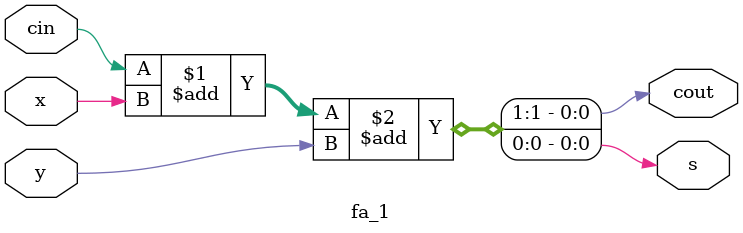
<source format=sv>
module fa
		(output logic [3:0] sum,
		output logic cout,
		input logic cin,
		input logic [3:0] x,y,
		input logic sw_ctrl_net);

	// Intermediate carries. 
	logic c1, c2, c3;

	fa_1 fa1 (c1, sum[0], cin, x[0], y[0]);
	fa_1 fa2 (c2, sum[1], c1, x[1], y[1]);
	fa_1 fa3 (c3, sum[2], c2, x[2], y[2]);
	fa_1 fa4 (cout, sum[3], c3, x[3], y[3]);


endmodule: fa


module fa_1
      (output  logic cout, s,
       input   logic cin, x, y);

       assign {cout,s} = cin + x + y;

endmodule: fa_1

</source>
